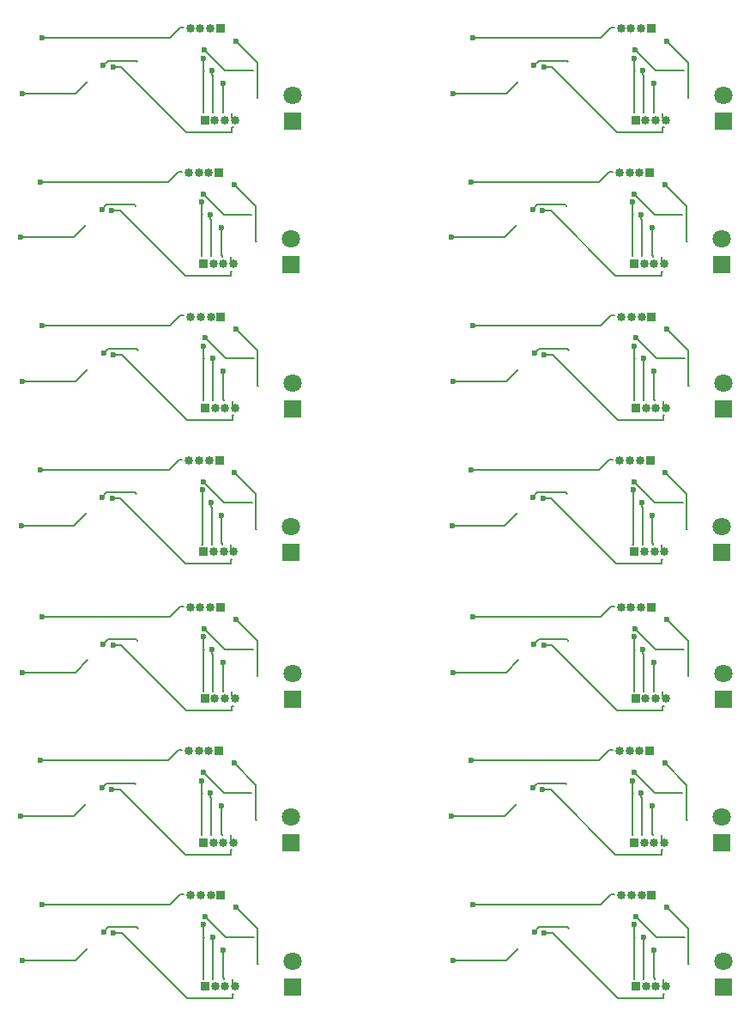
<source format=gbr>
%TF.GenerationSoftware,KiCad,Pcbnew,8.0.7*%
%TF.CreationDate,2024-12-08T11:51:20+01:00*%
%TF.ProjectId,attiny_usb_pannel Pcb Kicad,61747469-6e79-45f7-9573-625f70616e6e,rev?*%
%TF.SameCoordinates,Original*%
%TF.FileFunction,Copper,L2,Bot*%
%TF.FilePolarity,Positive*%
%FSLAX46Y46*%
G04 Gerber Fmt 4.6, Leading zero omitted, Abs format (unit mm)*
G04 Created by KiCad (PCBNEW 8.0.7) date 2024-12-08 11:51:20*
%MOMM*%
%LPD*%
G01*
G04 APERTURE LIST*
%TA.AperFunction,ComponentPad*%
%ADD10R,0.850000X0.850000*%
%TD*%
%TA.AperFunction,ComponentPad*%
%ADD11O,0.850000X0.850000*%
%TD*%
%TA.AperFunction,ComponentPad*%
%ADD12R,1.800000X1.800000*%
%TD*%
%TA.AperFunction,ComponentPad*%
%ADD13C,1.800000*%
%TD*%
%TA.AperFunction,ViaPad*%
%ADD14C,0.600000*%
%TD*%
%TA.AperFunction,Conductor*%
%ADD15C,0.200000*%
%TD*%
G04 APERTURE END LIST*
D10*
%TO.P,J1,1,Pin_1*%
%TO.N,Net-(J1-Pin_1)*%
X191139200Y-131556000D03*
D11*
%TO.P,J1,2,Pin_2*%
%TO.N,Net-(J1-Pin_2)*%
X192139200Y-131556000D03*
%TO.P,J1,3,Pin_3*%
%TO.N,Net-(J1-Pin_3)*%
X193139200Y-131556000D03*
%TO.P,J1,4,Pin_4*%
%TO.N,+5V*%
X194139200Y-131556000D03*
%TD*%
D12*
%TO.P,D1,1,K*%
%TO.N,GND*%
X157276600Y-131632200D03*
D13*
%TO.P,D1,2,A*%
%TO.N,Net-(D1-A)*%
X157276600Y-129092200D03*
%TD*%
D10*
%TO.P,J1,1,Pin_1*%
%TO.N,Net-(J1-Pin_1)*%
X190984200Y-145725000D03*
D11*
%TO.P,J1,2,Pin_2*%
%TO.N,Net-(J1-Pin_2)*%
X191984200Y-145725000D03*
%TO.P,J1,3,Pin_3*%
%TO.N,Net-(J1-Pin_3)*%
X192984200Y-145725000D03*
%TO.P,J1,4,Pin_4*%
%TO.N,+5V*%
X193984200Y-145725000D03*
%TD*%
D12*
%TO.P,D1,1,K*%
%TO.N,GND*%
X157144600Y-117150200D03*
D13*
%TO.P,D1,2,A*%
%TO.N,Net-(D1-A)*%
X157144600Y-114610200D03*
%TD*%
D12*
%TO.P,D1,1,K*%
%TO.N,GND*%
X199799600Y-102981200D03*
D13*
%TO.P,D1,2,A*%
%TO.N,Net-(D1-A)*%
X199799600Y-100441200D03*
%TD*%
D10*
%TO.P,J1,1,Pin_1*%
%TO.N,Net-(J1-Pin_1)*%
X191139200Y-74533000D03*
D11*
%TO.P,J1,2,Pin_2*%
%TO.N,Net-(J1-Pin_2)*%
X192139200Y-74533000D03*
%TO.P,J1,3,Pin_3*%
%TO.N,Net-(J1-Pin_3)*%
X193139200Y-74533000D03*
%TO.P,J1,4,Pin_4*%
%TO.N,+5V*%
X194139200Y-74533000D03*
%TD*%
D10*
%TO.P,J2,1,Pin_1*%
%TO.N,Net-(J2-Pin_1)*%
X192553800Y-79710400D03*
D11*
%TO.P,J2,2,Pin_2*%
%TO.N,Net-(J2-Pin_2)*%
X191553800Y-79710400D03*
%TO.P,J2,3,Pin_3*%
%TO.N,Net-(J2-Pin_3)*%
X190553800Y-79710400D03*
%TO.P,J2,4,Pin_4*%
%TO.N,GND*%
X189553800Y-79710400D03*
%TD*%
D10*
%TO.P,J1,1,Pin_1*%
%TO.N,Net-(J1-Pin_1)*%
X148639200Y-74533000D03*
D11*
%TO.P,J1,2,Pin_2*%
%TO.N,Net-(J1-Pin_2)*%
X149639200Y-74533000D03*
%TO.P,J1,3,Pin_3*%
%TO.N,Net-(J1-Pin_3)*%
X150639200Y-74533000D03*
%TO.P,J1,4,Pin_4*%
%TO.N,+5V*%
X151639200Y-74533000D03*
%TD*%
D10*
%TO.P,J2,1,Pin_1*%
%TO.N,Net-(J2-Pin_1)*%
X192708800Y-122564400D03*
D11*
%TO.P,J2,2,Pin_2*%
%TO.N,Net-(J2-Pin_2)*%
X191708800Y-122564400D03*
%TO.P,J2,3,Pin_3*%
%TO.N,Net-(J2-Pin_3)*%
X190708800Y-122564400D03*
%TO.P,J2,4,Pin_4*%
%TO.N,GND*%
X189708800Y-122564400D03*
%TD*%
D10*
%TO.P,J2,1,Pin_1*%
%TO.N,Net-(J2-Pin_1)*%
X150231800Y-93913400D03*
D11*
%TO.P,J2,2,Pin_2*%
%TO.N,Net-(J2-Pin_2)*%
X149231800Y-93913400D03*
%TO.P,J2,3,Pin_3*%
%TO.N,Net-(J2-Pin_3)*%
X148231800Y-93913400D03*
%TO.P,J2,4,Pin_4*%
%TO.N,GND*%
X147231800Y-93913400D03*
%TD*%
D10*
%TO.P,J2,1,Pin_1*%
%TO.N,Net-(J2-Pin_1)*%
X192576800Y-108082400D03*
D11*
%TO.P,J2,2,Pin_2*%
%TO.N,Net-(J2-Pin_2)*%
X191576800Y-108082400D03*
%TO.P,J2,3,Pin_3*%
%TO.N,Net-(J2-Pin_3)*%
X190576800Y-108082400D03*
%TO.P,J2,4,Pin_4*%
%TO.N,GND*%
X189576800Y-108082400D03*
%TD*%
D10*
%TO.P,J1,1,Pin_1*%
%TO.N,Net-(J1-Pin_1)*%
X191162200Y-102905000D03*
D11*
%TO.P,J1,2,Pin_2*%
%TO.N,Net-(J1-Pin_2)*%
X192162200Y-102905000D03*
%TO.P,J1,3,Pin_3*%
%TO.N,Net-(J1-Pin_3)*%
X193162200Y-102905000D03*
%TO.P,J1,4,Pin_4*%
%TO.N,+5V*%
X194162200Y-102905000D03*
%TD*%
D10*
%TO.P,J1,1,Pin_1*%
%TO.N,Net-(J1-Pin_1)*%
X191162200Y-159928000D03*
D11*
%TO.P,J1,2,Pin_2*%
%TO.N,Net-(J1-Pin_2)*%
X192162200Y-159928000D03*
%TO.P,J1,3,Pin_3*%
%TO.N,Net-(J1-Pin_3)*%
X193162200Y-159928000D03*
%TO.P,J1,4,Pin_4*%
%TO.N,+5V*%
X194162200Y-159928000D03*
%TD*%
D10*
%TO.P,J2,1,Pin_1*%
%TO.N,Net-(J2-Pin_1)*%
X192731800Y-150936400D03*
D11*
%TO.P,J2,2,Pin_2*%
%TO.N,Net-(J2-Pin_2)*%
X191731800Y-150936400D03*
%TO.P,J2,3,Pin_3*%
%TO.N,Net-(J2-Pin_3)*%
X190731800Y-150936400D03*
%TO.P,J2,4,Pin_4*%
%TO.N,GND*%
X189731800Y-150936400D03*
%TD*%
D10*
%TO.P,J1,1,Pin_1*%
%TO.N,Net-(J1-Pin_1)*%
X148639200Y-131556000D03*
D11*
%TO.P,J1,2,Pin_2*%
%TO.N,Net-(J1-Pin_2)*%
X149639200Y-131556000D03*
%TO.P,J1,3,Pin_3*%
%TO.N,Net-(J1-Pin_3)*%
X150639200Y-131556000D03*
%TO.P,J1,4,Pin_4*%
%TO.N,+5V*%
X151639200Y-131556000D03*
%TD*%
D12*
%TO.P,D1,1,K*%
%TO.N,GND*%
X199776600Y-131632200D03*
D13*
%TO.P,D1,2,A*%
%TO.N,Net-(D1-A)*%
X199776600Y-129092200D03*
%TD*%
D10*
%TO.P,J2,1,Pin_1*%
%TO.N,Net-(J2-Pin_1)*%
X192553800Y-136733400D03*
D11*
%TO.P,J2,2,Pin_2*%
%TO.N,Net-(J2-Pin_2)*%
X191553800Y-136733400D03*
%TO.P,J2,3,Pin_3*%
%TO.N,Net-(J2-Pin_3)*%
X190553800Y-136733400D03*
%TO.P,J2,4,Pin_4*%
%TO.N,GND*%
X189553800Y-136733400D03*
%TD*%
D12*
%TO.P,D1,1,K*%
%TO.N,GND*%
X199621600Y-88778200D03*
D13*
%TO.P,D1,2,A*%
%TO.N,Net-(D1-A)*%
X199621600Y-86238200D03*
%TD*%
D10*
%TO.P,J2,1,Pin_1*%
%TO.N,Net-(J2-Pin_1)*%
X150231800Y-150936400D03*
D11*
%TO.P,J2,2,Pin_2*%
%TO.N,Net-(J2-Pin_2)*%
X149231800Y-150936400D03*
%TO.P,J2,3,Pin_3*%
%TO.N,Net-(J2-Pin_3)*%
X148231800Y-150936400D03*
%TO.P,J2,4,Pin_4*%
%TO.N,GND*%
X147231800Y-150936400D03*
%TD*%
D12*
%TO.P,D1,1,K*%
%TO.N,GND*%
X157121600Y-88778200D03*
D13*
%TO.P,D1,2,A*%
%TO.N,Net-(D1-A)*%
X157121600Y-86238200D03*
%TD*%
D10*
%TO.P,J2,1,Pin_1*%
%TO.N,Net-(J2-Pin_1)*%
X150208800Y-65541400D03*
D11*
%TO.P,J2,2,Pin_2*%
%TO.N,Net-(J2-Pin_2)*%
X149208800Y-65541400D03*
%TO.P,J2,3,Pin_3*%
%TO.N,Net-(J2-Pin_3)*%
X148208800Y-65541400D03*
%TO.P,J2,4,Pin_4*%
%TO.N,GND*%
X147208800Y-65541400D03*
%TD*%
D10*
%TO.P,J1,1,Pin_1*%
%TO.N,Net-(J1-Pin_1)*%
X148484200Y-88702000D03*
D11*
%TO.P,J1,2,Pin_2*%
%TO.N,Net-(J1-Pin_2)*%
X149484200Y-88702000D03*
%TO.P,J1,3,Pin_3*%
%TO.N,Net-(J1-Pin_3)*%
X150484200Y-88702000D03*
%TO.P,J1,4,Pin_4*%
%TO.N,+5V*%
X151484200Y-88702000D03*
%TD*%
D12*
%TO.P,D1,1,K*%
%TO.N,GND*%
X157121600Y-145801200D03*
D13*
%TO.P,D1,2,A*%
%TO.N,Net-(D1-A)*%
X157121600Y-143261200D03*
%TD*%
D12*
%TO.P,D1,1,K*%
%TO.N,GND*%
X157299600Y-160004200D03*
D13*
%TO.P,D1,2,A*%
%TO.N,Net-(D1-A)*%
X157299600Y-157464200D03*
%TD*%
D12*
%TO.P,D1,1,K*%
%TO.N,GND*%
X199776600Y-74609200D03*
D13*
%TO.P,D1,2,A*%
%TO.N,Net-(D1-A)*%
X199776600Y-72069200D03*
%TD*%
D10*
%TO.P,J1,1,Pin_1*%
%TO.N,Net-(J1-Pin_1)*%
X148662200Y-159928000D03*
D11*
%TO.P,J1,2,Pin_2*%
%TO.N,Net-(J1-Pin_2)*%
X149662200Y-159928000D03*
%TO.P,J1,3,Pin_3*%
%TO.N,Net-(J1-Pin_3)*%
X150662200Y-159928000D03*
%TO.P,J1,4,Pin_4*%
%TO.N,+5V*%
X151662200Y-159928000D03*
%TD*%
D10*
%TO.P,J1,1,Pin_1*%
%TO.N,Net-(J1-Pin_1)*%
X148662200Y-102905000D03*
D11*
%TO.P,J1,2,Pin_2*%
%TO.N,Net-(J1-Pin_2)*%
X149662200Y-102905000D03*
%TO.P,J1,3,Pin_3*%
%TO.N,Net-(J1-Pin_3)*%
X150662200Y-102905000D03*
%TO.P,J1,4,Pin_4*%
%TO.N,+5V*%
X151662200Y-102905000D03*
%TD*%
D10*
%TO.P,J2,1,Pin_1*%
%TO.N,Net-(J2-Pin_1)*%
X192731800Y-93913400D03*
D11*
%TO.P,J2,2,Pin_2*%
%TO.N,Net-(J2-Pin_2)*%
X191731800Y-93913400D03*
%TO.P,J2,3,Pin_3*%
%TO.N,Net-(J2-Pin_3)*%
X190731800Y-93913400D03*
%TO.P,J2,4,Pin_4*%
%TO.N,GND*%
X189731800Y-93913400D03*
%TD*%
D12*
%TO.P,D1,1,K*%
%TO.N,GND*%
X199621600Y-145801200D03*
D13*
%TO.P,D1,2,A*%
%TO.N,Net-(D1-A)*%
X199621600Y-143261200D03*
%TD*%
D10*
%TO.P,J1,1,Pin_1*%
%TO.N,Net-(J1-Pin_1)*%
X148484200Y-145725000D03*
D11*
%TO.P,J1,2,Pin_2*%
%TO.N,Net-(J1-Pin_2)*%
X149484200Y-145725000D03*
%TO.P,J1,3,Pin_3*%
%TO.N,Net-(J1-Pin_3)*%
X150484200Y-145725000D03*
%TO.P,J1,4,Pin_4*%
%TO.N,+5V*%
X151484200Y-145725000D03*
%TD*%
D12*
%TO.P,D1,1,K*%
%TO.N,GND*%
X199799600Y-160004200D03*
D13*
%TO.P,D1,2,A*%
%TO.N,Net-(D1-A)*%
X199799600Y-157464200D03*
%TD*%
D12*
%TO.P,D1,1,K*%
%TO.N,GND*%
X157299600Y-102981200D03*
D13*
%TO.P,D1,2,A*%
%TO.N,Net-(D1-A)*%
X157299600Y-100441200D03*
%TD*%
D10*
%TO.P,J2,1,Pin_1*%
%TO.N,Net-(J2-Pin_1)*%
X150208800Y-122564400D03*
D11*
%TO.P,J2,2,Pin_2*%
%TO.N,Net-(J2-Pin_2)*%
X149208800Y-122564400D03*
%TO.P,J2,3,Pin_3*%
%TO.N,Net-(J2-Pin_3)*%
X148208800Y-122564400D03*
%TO.P,J2,4,Pin_4*%
%TO.N,GND*%
X147208800Y-122564400D03*
%TD*%
D12*
%TO.P,D1,1,K*%
%TO.N,GND*%
X199644600Y-117150200D03*
D13*
%TO.P,D1,2,A*%
%TO.N,Net-(D1-A)*%
X199644600Y-114610200D03*
%TD*%
D10*
%TO.P,J1,1,Pin_1*%
%TO.N,Net-(J1-Pin_1)*%
X148507200Y-117074000D03*
D11*
%TO.P,J1,2,Pin_2*%
%TO.N,Net-(J1-Pin_2)*%
X149507200Y-117074000D03*
%TO.P,J1,3,Pin_3*%
%TO.N,Net-(J1-Pin_3)*%
X150507200Y-117074000D03*
%TO.P,J1,4,Pin_4*%
%TO.N,+5V*%
X151507200Y-117074000D03*
%TD*%
D10*
%TO.P,J2,1,Pin_1*%
%TO.N,Net-(J2-Pin_1)*%
X150053800Y-136733400D03*
D11*
%TO.P,J2,2,Pin_2*%
%TO.N,Net-(J2-Pin_2)*%
X149053800Y-136733400D03*
%TO.P,J2,3,Pin_3*%
%TO.N,Net-(J2-Pin_3)*%
X148053800Y-136733400D03*
%TO.P,J2,4,Pin_4*%
%TO.N,GND*%
X147053800Y-136733400D03*
%TD*%
D10*
%TO.P,J2,1,Pin_1*%
%TO.N,Net-(J2-Pin_1)*%
X150053800Y-79710400D03*
D11*
%TO.P,J2,2,Pin_2*%
%TO.N,Net-(J2-Pin_2)*%
X149053800Y-79710400D03*
%TO.P,J2,3,Pin_3*%
%TO.N,Net-(J2-Pin_3)*%
X148053800Y-79710400D03*
%TO.P,J2,4,Pin_4*%
%TO.N,GND*%
X147053800Y-79710400D03*
%TD*%
D12*
%TO.P,D1,1,K*%
%TO.N,GND*%
X157276600Y-74609200D03*
D13*
%TO.P,D1,2,A*%
%TO.N,Net-(D1-A)*%
X157276600Y-72069200D03*
%TD*%
D10*
%TO.P,J2,1,Pin_1*%
%TO.N,Net-(J2-Pin_1)*%
X150076800Y-108082400D03*
D11*
%TO.P,J2,2,Pin_2*%
%TO.N,Net-(J2-Pin_2)*%
X149076800Y-108082400D03*
%TO.P,J2,3,Pin_3*%
%TO.N,Net-(J2-Pin_3)*%
X148076800Y-108082400D03*
%TO.P,J2,4,Pin_4*%
%TO.N,GND*%
X147076800Y-108082400D03*
%TD*%
D10*
%TO.P,J2,1,Pin_1*%
%TO.N,Net-(J2-Pin_1)*%
X192708800Y-65541400D03*
D11*
%TO.P,J2,2,Pin_2*%
%TO.N,Net-(J2-Pin_2)*%
X191708800Y-65541400D03*
%TO.P,J2,3,Pin_3*%
%TO.N,Net-(J2-Pin_3)*%
X190708800Y-65541400D03*
%TO.P,J2,4,Pin_4*%
%TO.N,GND*%
X189708800Y-65541400D03*
%TD*%
D10*
%TO.P,J1,1,Pin_1*%
%TO.N,Net-(J1-Pin_1)*%
X191007200Y-117074000D03*
D11*
%TO.P,J1,2,Pin_2*%
%TO.N,Net-(J1-Pin_2)*%
X192007200Y-117074000D03*
%TO.P,J1,3,Pin_3*%
%TO.N,Net-(J1-Pin_3)*%
X193007200Y-117074000D03*
%TO.P,J1,4,Pin_4*%
%TO.N,+5V*%
X194007200Y-117074000D03*
%TD*%
D10*
%TO.P,J1,1,Pin_1*%
%TO.N,Net-(J1-Pin_1)*%
X190984200Y-88702000D03*
D11*
%TO.P,J1,2,Pin_2*%
%TO.N,Net-(J1-Pin_2)*%
X191984200Y-88702000D03*
%TO.P,J1,3,Pin_3*%
%TO.N,Net-(J1-Pin_3)*%
X192984200Y-88702000D03*
%TO.P,J1,4,Pin_4*%
%TO.N,+5V*%
X193984200Y-88702000D03*
%TD*%
D14*
%TO.N,+5V*%
X132407400Y-80624800D03*
X175062400Y-66455800D03*
X174930400Y-108996800D03*
X175085400Y-151850800D03*
X174907400Y-137647800D03*
X132562400Y-123478800D03*
X175062400Y-123478800D03*
X175085400Y-94827800D03*
X132562400Y-66455800D03*
X132430400Y-108996800D03*
X132585400Y-151850800D03*
X174907400Y-80624800D03*
X132585400Y-94827800D03*
X132407400Y-137647800D03*
%TO.N,GND*%
X139646600Y-97672600D03*
X182123600Y-126323600D03*
X182123600Y-69300600D03*
X139623600Y-126323600D03*
X181991600Y-111841600D03*
X139468600Y-140492600D03*
X182146600Y-154695600D03*
X139491600Y-111841600D03*
X139646600Y-154695600D03*
X181968600Y-140492600D03*
X139623600Y-69300600D03*
X182146600Y-97672600D03*
X181968600Y-83469600D03*
X139468600Y-83469600D03*
%TO.N,Net-(D3-K)*%
X138633000Y-69173600D03*
X173025400Y-114483200D03*
X181156000Y-154568600D03*
X173157400Y-71942200D03*
X181001000Y-111714600D03*
X181156000Y-97545600D03*
X138501000Y-111714600D03*
X138478000Y-140365600D03*
X130525400Y-114483200D03*
X180978000Y-140365600D03*
X130657400Y-128965200D03*
X173157400Y-128965200D03*
X173180400Y-100314200D03*
X180978000Y-83342600D03*
X138633000Y-126196600D03*
X173180400Y-157337200D03*
X130502400Y-86111200D03*
X181133000Y-69173600D03*
X130680400Y-157337200D03*
X138478000Y-83342600D03*
X138656000Y-154568600D03*
X181133000Y-126196600D03*
X130680400Y-100314200D03*
X138656000Y-97545600D03*
X130502400Y-143134200D03*
X173002400Y-86111200D03*
X173002400Y-143134200D03*
X130657400Y-71942200D03*
%TO.N,Net-(J2-Pin_2)*%
X191900200Y-98053600D03*
X191745200Y-112222600D03*
X191900200Y-155076600D03*
X191877200Y-126704600D03*
X149222200Y-140873600D03*
X149400200Y-98053600D03*
X149222200Y-83850600D03*
X149400200Y-155076600D03*
X149245200Y-112222600D03*
X191877200Y-69681600D03*
X149377200Y-126704600D03*
X149377200Y-69681600D03*
X191722200Y-140873600D03*
X191722200Y-83850600D03*
%TO.N,Net-(J2-Pin_1)*%
X190858600Y-139629000D03*
X151582000Y-109276200D03*
X194237000Y-95107200D03*
X151714000Y-123758200D03*
X148513600Y-125460000D03*
X148536600Y-96809000D03*
X194059000Y-80904200D03*
X148381600Y-110978000D03*
X191013600Y-68437000D03*
X151559000Y-137927200D03*
X194237000Y-152130200D03*
X148358600Y-139629000D03*
X191036600Y-153832000D03*
X194214000Y-123758200D03*
X148536600Y-153832000D03*
X191013600Y-125460000D03*
X190881600Y-110978000D03*
X194082000Y-109276200D03*
X151559000Y-80904200D03*
X148358600Y-82606000D03*
X151737000Y-95107200D03*
X190858600Y-82606000D03*
X151737000Y-152130200D03*
X191036600Y-96809000D03*
X151714000Y-66735200D03*
X148513600Y-68437000D03*
X194214000Y-66735200D03*
X194059000Y-137927200D03*
%TO.N,Net-(J2-Pin_3)*%
X148489691Y-110185333D03*
X148466691Y-138836333D03*
X148466691Y-81813333D03*
X150444000Y-127974600D03*
X150444000Y-70951600D03*
X191121691Y-67644333D03*
X192967000Y-156346600D03*
X192967000Y-99323600D03*
X192789000Y-85120600D03*
X148621691Y-67644333D03*
X148621691Y-124667333D03*
X190966691Y-81813333D03*
X192812000Y-113492600D03*
X150289000Y-142143600D03*
X192944000Y-70951600D03*
X148644691Y-96016333D03*
X148644691Y-153039333D03*
X150467000Y-156346600D03*
X191121691Y-124667333D03*
X190966691Y-138836333D03*
X150312000Y-113492600D03*
X150289000Y-85120600D03*
X150467000Y-99323600D03*
X192789000Y-142143600D03*
X191144691Y-96016333D03*
X192944000Y-127974600D03*
X190989691Y-110185333D03*
X191144691Y-153039333D03*
%TD*%
D15*
%TO.N,+5V*%
X187553895Y-80624800D02*
X188569895Y-79608800D01*
X188747895Y-93811800D02*
X189048200Y-93811800D01*
X146069895Y-136631800D02*
X146370200Y-136631800D01*
X145231895Y-151850800D02*
X146247895Y-150834800D01*
X187731895Y-94827800D02*
X188747895Y-93811800D01*
X175062400Y-66455800D02*
X187708895Y-66455800D01*
X187731895Y-151850800D02*
X188747895Y-150834800D01*
X193833000Y-73844495D02*
X193833000Y-74290600D01*
X193856000Y-102216495D02*
X193856000Y-102662600D01*
X188569895Y-79608800D02*
X188870200Y-79608800D01*
X188747895Y-150834800D02*
X189048200Y-150834800D01*
X151333000Y-130867495D02*
X151333000Y-131313600D01*
X188724895Y-65439800D02*
X189025200Y-65439800D01*
X132585400Y-151850800D02*
X145231895Y-151850800D01*
X151356000Y-102216495D02*
X151356000Y-102662600D01*
X187708895Y-66455800D02*
X188724895Y-65439800D01*
X146069895Y-79608800D02*
X146370200Y-79608800D01*
X151178000Y-145036495D02*
X151178000Y-145482600D01*
X132562400Y-66455800D02*
X145208895Y-66455800D01*
X187708895Y-123478800D02*
X188724895Y-122462800D01*
X146247895Y-150834800D02*
X146548200Y-150834800D01*
X146247895Y-93811800D02*
X146548200Y-93811800D01*
X193701000Y-116385495D02*
X193701000Y-116831600D01*
X175085400Y-94827800D02*
X187731895Y-94827800D01*
X151201000Y-116385495D02*
X151201000Y-116831600D01*
X145208895Y-123478800D02*
X146224895Y-122462800D01*
X188724895Y-122462800D02*
X189025200Y-122462800D01*
X145231895Y-94827800D02*
X146247895Y-93811800D01*
X132562400Y-123478800D02*
X145208895Y-123478800D01*
X145053895Y-80624800D02*
X146069895Y-79608800D01*
X145053895Y-137647800D02*
X146069895Y-136631800D01*
X174930400Y-108996800D02*
X187576895Y-108996800D01*
X193856000Y-159239495D02*
X193856000Y-159685600D01*
X175062400Y-123478800D02*
X187708895Y-123478800D01*
X174907400Y-80624800D02*
X187553895Y-80624800D01*
X151333000Y-73844495D02*
X151333000Y-74290600D01*
X132407400Y-80624800D02*
X145053895Y-80624800D01*
X145076895Y-108996800D02*
X146092895Y-107980800D01*
X193678000Y-145036495D02*
X193678000Y-145482600D01*
X146224895Y-65439800D02*
X146525200Y-65439800D01*
X132585400Y-94827800D02*
X145231895Y-94827800D01*
X151356000Y-159239495D02*
X151356000Y-159685600D01*
X146224895Y-122462800D02*
X146525200Y-122462800D01*
X132407400Y-137647800D02*
X145053895Y-137647800D01*
X188569895Y-136631800D02*
X188870200Y-136631800D01*
X187576895Y-108996800D02*
X188592895Y-107980800D01*
X193833000Y-130867495D02*
X193833000Y-131313600D01*
X146092895Y-107980800D02*
X146393200Y-107980800D01*
X175085400Y-151850800D02*
X187731895Y-151850800D01*
X187553895Y-137647800D02*
X188569895Y-136631800D01*
X151178000Y-88013495D02*
X151178000Y-88459600D01*
X193678000Y-88013495D02*
X193678000Y-88459600D01*
X132430400Y-108996800D02*
X145076895Y-108996800D01*
X174907400Y-137647800D02*
X187553895Y-137647800D01*
X188592895Y-107980800D02*
X188893200Y-107980800D01*
X145208895Y-66455800D02*
X146224895Y-65439800D01*
%TO.N,GND*%
X182123600Y-69300600D02*
X182911000Y-69300600D01*
X182934000Y-97672600D02*
X189364400Y-104103000D01*
X146864400Y-104103000D02*
X151356000Y-104103000D01*
X193838895Y-75258000D02*
X193960000Y-75258000D01*
X140434000Y-97672600D02*
X146864400Y-104103000D01*
X193856000Y-104103000D02*
X193861895Y-104097105D01*
X193678000Y-89900000D02*
X193683895Y-89894105D01*
X139646600Y-97672600D02*
X140434000Y-97672600D01*
X151361895Y-104097105D02*
X151361895Y-103630000D01*
X151361895Y-161120105D02*
X151361895Y-160653000D01*
X182123600Y-126323600D02*
X182911000Y-126323600D01*
X140279000Y-111841600D02*
X146709400Y-118272000D01*
X151178000Y-89900000D02*
X151183895Y-89894105D01*
X193678000Y-146923000D02*
X193683895Y-146917105D01*
X193861895Y-160653000D02*
X193983000Y-160653000D01*
X151183895Y-146450000D02*
X151305000Y-146450000D01*
X189209400Y-118272000D02*
X193701000Y-118272000D01*
X193706895Y-117799000D02*
X193828000Y-117799000D01*
X193838895Y-75725105D02*
X193838895Y-75258000D01*
X182146600Y-154695600D02*
X182934000Y-154695600D01*
X151356000Y-104103000D02*
X151361895Y-104097105D01*
X140256000Y-140492600D02*
X146686400Y-146923000D01*
X193833000Y-132754000D02*
X193838895Y-132748105D01*
X193833000Y-75731000D02*
X193838895Y-75725105D01*
X151356000Y-161126000D02*
X151361895Y-161120105D01*
X151333000Y-132754000D02*
X151338895Y-132748105D01*
X146686400Y-89900000D02*
X151178000Y-89900000D01*
X146864400Y-161126000D02*
X151356000Y-161126000D01*
X151178000Y-146923000D02*
X151183895Y-146917105D01*
X193706895Y-118266105D02*
X193706895Y-117799000D01*
X151338895Y-132748105D02*
X151338895Y-132281000D01*
X151183895Y-89894105D02*
X151183895Y-89427000D01*
X151361895Y-103630000D02*
X151483000Y-103630000D01*
X140411000Y-69300600D02*
X146841400Y-75731000D01*
X189364400Y-161126000D02*
X193856000Y-161126000D01*
X189186400Y-146923000D02*
X193678000Y-146923000D01*
X151206895Y-117799000D02*
X151328000Y-117799000D01*
X146686400Y-146923000D02*
X151178000Y-146923000D01*
X182911000Y-69300600D02*
X189341400Y-75731000D01*
X151201000Y-118272000D02*
X151206895Y-118266105D01*
X193861895Y-104097105D02*
X193861895Y-103630000D01*
X139491600Y-111841600D02*
X140279000Y-111841600D01*
X193683895Y-89427000D02*
X193805000Y-89427000D01*
X146709400Y-118272000D02*
X151201000Y-118272000D01*
X140256000Y-83469600D02*
X146686400Y-89900000D01*
X140434000Y-154695600D02*
X146864400Y-161126000D01*
X182779000Y-111841600D02*
X189209400Y-118272000D01*
X182146600Y-97672600D02*
X182934000Y-97672600D01*
X181991600Y-111841600D02*
X182779000Y-111841600D01*
X139623600Y-69300600D02*
X140411000Y-69300600D01*
X193838895Y-132281000D02*
X193960000Y-132281000D01*
X193838895Y-132748105D02*
X193838895Y-132281000D01*
X146841400Y-75731000D02*
X151333000Y-75731000D01*
X139468600Y-83469600D02*
X140256000Y-83469600D01*
X193861895Y-103630000D02*
X193983000Y-103630000D01*
X189186400Y-89900000D02*
X193678000Y-89900000D01*
X151338895Y-75258000D02*
X151460000Y-75258000D01*
X151361895Y-160653000D02*
X151483000Y-160653000D01*
X182911000Y-126323600D02*
X189341400Y-132754000D01*
X151333000Y-75731000D02*
X151338895Y-75725105D01*
X146841400Y-132754000D02*
X151333000Y-132754000D01*
X139623600Y-126323600D02*
X140411000Y-126323600D01*
X182756000Y-83469600D02*
X189186400Y-89900000D01*
X193861895Y-161120105D02*
X193861895Y-160653000D01*
X193683895Y-146917105D02*
X193683895Y-146450000D01*
X151338895Y-75725105D02*
X151338895Y-75258000D01*
X193701000Y-118272000D02*
X193706895Y-118266105D01*
X182756000Y-140492600D02*
X189186400Y-146923000D01*
X181968600Y-83469600D02*
X182756000Y-83469600D01*
X139646600Y-154695600D02*
X140434000Y-154695600D01*
X139468600Y-140492600D02*
X140256000Y-140492600D01*
X193683895Y-89894105D02*
X193683895Y-89427000D01*
X193856000Y-161126000D02*
X193861895Y-161120105D01*
X151183895Y-89427000D02*
X151305000Y-89427000D01*
X189341400Y-132754000D02*
X193833000Y-132754000D01*
X181968600Y-140492600D02*
X182756000Y-140492600D01*
X140411000Y-126323600D02*
X146841400Y-132754000D01*
X189364400Y-104103000D02*
X193856000Y-104103000D01*
X151183895Y-146917105D02*
X151183895Y-146450000D01*
X189341400Y-75731000D02*
X193833000Y-75731000D01*
X193683895Y-146450000D02*
X193805000Y-146450000D01*
X151206895Y-118266105D02*
X151206895Y-117799000D01*
X151338895Y-132281000D02*
X151460000Y-132281000D01*
X182934000Y-154695600D02*
X189364400Y-161126000D01*
%TO.N,Net-(D3-K)*%
X141868400Y-125723600D02*
X142011200Y-125866400D01*
X138478000Y-83342600D02*
X138951000Y-82869600D01*
X130657400Y-71942200D02*
X135889800Y-71942200D01*
X135912800Y-100314200D02*
X137106600Y-99120400D01*
X181133000Y-126196600D02*
X181606000Y-125723600D01*
X141868400Y-68700600D02*
X142011200Y-68843400D01*
X184368400Y-125723600D02*
X184511200Y-125866400D01*
X184368400Y-68700600D02*
X184511200Y-68843400D01*
X130502400Y-143134200D02*
X135734800Y-143134200D01*
X135734800Y-143134200D02*
X136928600Y-141940400D01*
X173002400Y-86111200D02*
X178234800Y-86111200D01*
X181629000Y-154095600D02*
X184391400Y-154095600D01*
X138951000Y-139892600D02*
X141713400Y-139892600D01*
X135734800Y-86111200D02*
X136928600Y-84917400D01*
X130680400Y-100314200D02*
X135912800Y-100314200D01*
X178234800Y-86111200D02*
X179428600Y-84917400D01*
X138951000Y-82869600D02*
X141713400Y-82869600D01*
X135757800Y-114483200D02*
X136951600Y-113289400D01*
X138974000Y-111241600D02*
X141736400Y-111241600D01*
X173002400Y-143134200D02*
X178234800Y-143134200D01*
X139106000Y-125723600D02*
X141868400Y-125723600D01*
X138633000Y-126196600D02*
X139106000Y-125723600D01*
X181451000Y-82869600D02*
X184213400Y-82869600D01*
X178257800Y-114483200D02*
X179451600Y-113289400D01*
X184391400Y-154095600D02*
X184534200Y-154238400D01*
X141713400Y-139892600D02*
X141856200Y-140035400D01*
X130502400Y-86111200D02*
X135734800Y-86111200D01*
X184213400Y-139892600D02*
X184356200Y-140035400D01*
X141891400Y-154095600D02*
X142034200Y-154238400D01*
X181156000Y-154568600D02*
X181629000Y-154095600D01*
X130525400Y-114483200D02*
X135757800Y-114483200D01*
X178389800Y-128965200D02*
X179583600Y-127771400D01*
X141736400Y-111241600D02*
X141879200Y-111384400D01*
X173157400Y-71942200D02*
X178389800Y-71942200D01*
X181451000Y-139892600D02*
X184213400Y-139892600D01*
X139106000Y-68700600D02*
X141868400Y-68700600D01*
X135889800Y-128965200D02*
X137083600Y-127771400D01*
X184213400Y-82869600D02*
X184356200Y-83012400D01*
X138478000Y-140365600D02*
X138951000Y-139892600D01*
X181474000Y-111241600D02*
X184236400Y-111241600D01*
X138501000Y-111714600D02*
X138974000Y-111241600D01*
X173025400Y-114483200D02*
X178257800Y-114483200D01*
X181001000Y-111714600D02*
X181474000Y-111241600D01*
X184391400Y-97072600D02*
X184534200Y-97215400D01*
X139129000Y-97072600D02*
X141891400Y-97072600D01*
X173157400Y-128965200D02*
X178389800Y-128965200D01*
X181156000Y-97545600D02*
X181629000Y-97072600D01*
X135912800Y-157337200D02*
X137106600Y-156143400D01*
X173180400Y-100314200D02*
X178412800Y-100314200D01*
X180978000Y-83342600D02*
X181451000Y-82869600D01*
X130680400Y-157337200D02*
X135912800Y-157337200D01*
X141891400Y-97072600D02*
X142034200Y-97215400D01*
X141713400Y-82869600D02*
X141856200Y-83012400D01*
X173180400Y-157337200D02*
X178412800Y-157337200D01*
X181606000Y-68700600D02*
X184368400Y-68700600D01*
X178412800Y-157337200D02*
X179606600Y-156143400D01*
X181606000Y-125723600D02*
X184368400Y-125723600D01*
X130657400Y-128965200D02*
X135889800Y-128965200D01*
X178234800Y-143134200D02*
X179428600Y-141940400D01*
X181133000Y-69173600D02*
X181606000Y-68700600D01*
X180978000Y-140365600D02*
X181451000Y-139892600D01*
X181629000Y-97072600D02*
X184391400Y-97072600D01*
X178389800Y-71942200D02*
X179583600Y-70748400D01*
X138633000Y-69173600D02*
X139106000Y-68700600D01*
X184236400Y-111241600D02*
X184379200Y-111384400D01*
X135889800Y-71942200D02*
X137083600Y-70748400D01*
X178412800Y-100314200D02*
X179606600Y-99120400D01*
X139129000Y-154095600D02*
X141891400Y-154095600D01*
X138656000Y-154568600D02*
X139129000Y-154095600D01*
X138656000Y-97545600D02*
X139129000Y-97072600D01*
%TO.N,Net-(J2-Pin_2)*%
X191722200Y-83850600D02*
X191722200Y-84282400D01*
X149377200Y-70113400D02*
X149453400Y-70189600D01*
X149222200Y-83850600D02*
X149222200Y-84282400D01*
X191722200Y-84282400D02*
X191798400Y-84358600D01*
X191798400Y-141381600D02*
X191798400Y-145000000D01*
X149453400Y-127212600D02*
X149453400Y-130831000D01*
X149400200Y-155508400D02*
X149476400Y-155584600D01*
X191976400Y-98561600D02*
X191976400Y-102180000D01*
X191722200Y-140873600D02*
X191722200Y-141305400D01*
X191798400Y-84358600D02*
X191798400Y-87977000D01*
X191953400Y-127212600D02*
X191953400Y-130831000D01*
X149245200Y-112654400D02*
X149321400Y-112730600D01*
X191821400Y-112730600D02*
X191821400Y-116349000D01*
X149222200Y-141305400D02*
X149298400Y-141381600D01*
X149245200Y-112222600D02*
X149245200Y-112654400D01*
X149476400Y-155584600D02*
X149476400Y-159203000D01*
X191877200Y-69681600D02*
X191877200Y-70113400D01*
X149400200Y-155076600D02*
X149400200Y-155508400D01*
X149476400Y-98561600D02*
X149476400Y-102180000D01*
X191745200Y-112654400D02*
X191821400Y-112730600D01*
X149453400Y-70189600D02*
X149453400Y-73808000D01*
X191900200Y-98485400D02*
X191976400Y-98561600D01*
X191900200Y-98053600D02*
X191900200Y-98485400D01*
X149321400Y-112730600D02*
X149321400Y-116349000D01*
X191953400Y-70189600D02*
X191953400Y-73808000D01*
X149400200Y-98053600D02*
X149400200Y-98485400D01*
X191877200Y-70113400D02*
X191953400Y-70189600D01*
X149377200Y-69681600D02*
X149377200Y-70113400D01*
X191900200Y-155508400D02*
X191976400Y-155584600D01*
X191976400Y-155584600D02*
X191976400Y-159203000D01*
X149377200Y-127136400D02*
X149453400Y-127212600D01*
X149298400Y-141381600D02*
X149298400Y-145000000D01*
X149298400Y-84358600D02*
X149298400Y-87977000D01*
X149222200Y-140873600D02*
X149222200Y-141305400D01*
X149400200Y-98485400D02*
X149476400Y-98561600D01*
X191900200Y-155076600D02*
X191900200Y-155508400D01*
X191877200Y-126704600D02*
X191877200Y-127136400D01*
X191877200Y-127136400D02*
X191953400Y-127212600D01*
X191745200Y-112222600D02*
X191745200Y-112654400D01*
X149222200Y-84282400D02*
X149298400Y-84358600D01*
X191722200Y-141305400D02*
X191798400Y-141381600D01*
X149377200Y-126704600D02*
X149377200Y-127136400D01*
%TO.N,Net-(J2-Pin_1)*%
X190858600Y-87977000D02*
X190833200Y-87977000D01*
X191013600Y-130831000D02*
X190988200Y-130831000D01*
X191013600Y-73808000D02*
X190988200Y-73808000D01*
X196186200Y-83031400D02*
X194059000Y-80904200D01*
X148536600Y-102180000D02*
X148511200Y-102180000D01*
X148536600Y-155051200D02*
X148612800Y-155127400D01*
X148358600Y-140848200D02*
X148434800Y-140924400D01*
X153864200Y-154257400D02*
X151737000Y-152130200D01*
X153896000Y-157743600D02*
X153864200Y-157711800D01*
X148513600Y-126679200D02*
X148589800Y-126755400D01*
X153718000Y-86517600D02*
X153686200Y-86485800D01*
X190881600Y-112197200D02*
X190957800Y-112273400D01*
X148536600Y-153832000D02*
X148536600Y-154797200D01*
X196218000Y-86517600D02*
X196186200Y-86485800D01*
X148358600Y-87977000D02*
X148333200Y-87977000D01*
X191036600Y-153832000D02*
X191036600Y-154797200D01*
X191036600Y-102180000D02*
X191011200Y-102180000D01*
X191013600Y-69402200D02*
X191013600Y-69656200D01*
X153686200Y-86485800D02*
X153686200Y-83031400D01*
X190858600Y-140594200D02*
X190858600Y-145000000D01*
X153686200Y-143508800D02*
X153686200Y-140054400D01*
X148536600Y-159203000D02*
X148511200Y-159203000D01*
X191013600Y-126679200D02*
X191089800Y-126755400D01*
X191036600Y-97774200D02*
X191036600Y-98028200D01*
X148513600Y-125460000D02*
X148513600Y-126425200D01*
X153709200Y-114857800D02*
X153709200Y-111403400D01*
X190881600Y-111943200D02*
X190881600Y-112197200D01*
X148358600Y-83571200D02*
X148358600Y-87977000D01*
X191036600Y-159203000D02*
X191011200Y-159203000D01*
X191013600Y-69656200D02*
X191089800Y-69732400D01*
X153864200Y-97234400D02*
X151737000Y-95107200D01*
X153718000Y-143540600D02*
X153686200Y-143508800D01*
X148513600Y-69656200D02*
X148589800Y-69732400D01*
X196364200Y-97234400D02*
X194237000Y-95107200D01*
X153873000Y-129371600D02*
X153841200Y-129339800D01*
X153686200Y-140054400D02*
X151559000Y-137927200D01*
X148358600Y-82606000D02*
X148358600Y-83571200D01*
X191013600Y-126425200D02*
X191013600Y-130831000D01*
X148513600Y-68437000D02*
X148513600Y-69402200D01*
X148536600Y-97774200D02*
X148536600Y-102180000D01*
X196241000Y-114889600D02*
X196209200Y-114857800D01*
X196364200Y-157711800D02*
X196364200Y-154257400D01*
X148536600Y-154797200D02*
X148536600Y-159203000D01*
X153841200Y-72316800D02*
X153841200Y-68862400D01*
X148513600Y-126425200D02*
X148513600Y-126679200D01*
X191036600Y-154797200D02*
X191036600Y-155051200D01*
X148381600Y-110978000D02*
X148381600Y-111943200D01*
X148513600Y-130831000D02*
X148488200Y-130831000D01*
X148536600Y-97774200D02*
X148536600Y-98028200D01*
X148513600Y-73808000D02*
X148488200Y-73808000D01*
X148358600Y-83825200D02*
X148434800Y-83901400D01*
X191013600Y-69402200D02*
X191013600Y-73808000D01*
X190858600Y-83571200D02*
X190858600Y-83825200D01*
X196341200Y-129339800D02*
X196341200Y-125885400D01*
X191036600Y-154797200D02*
X191036600Y-159203000D01*
X153864200Y-157711800D02*
X153864200Y-154257400D01*
X153841200Y-129339800D02*
X153841200Y-125885400D01*
X148358600Y-140594200D02*
X148358600Y-140848200D01*
X148358600Y-83571200D02*
X148358600Y-83825200D01*
X148381600Y-111943200D02*
X148381600Y-112197200D01*
X196209200Y-114857800D02*
X196209200Y-111403400D01*
X153741000Y-114889600D02*
X153709200Y-114857800D01*
X148358600Y-145000000D02*
X148333200Y-145000000D01*
X153841200Y-68862400D02*
X151714000Y-66735200D01*
X190881600Y-110978000D02*
X190881600Y-111943200D01*
X148381600Y-112197200D02*
X148457800Y-112273400D01*
X196396000Y-157743600D02*
X196364200Y-157711800D01*
X196218000Y-143540600D02*
X196186200Y-143508800D01*
X196396000Y-100720600D02*
X196364200Y-100688800D01*
X191036600Y-96809000D02*
X191036600Y-97774200D01*
X196341200Y-72316800D02*
X196341200Y-68862400D01*
X148381600Y-111943200D02*
X148381600Y-116349000D01*
X148536600Y-98028200D02*
X148612800Y-98104400D01*
X148381600Y-116349000D02*
X148356200Y-116349000D01*
X190858600Y-139629000D02*
X190858600Y-140594200D01*
X148536600Y-154797200D02*
X148536600Y-155051200D01*
X190858600Y-140594200D02*
X190858600Y-140848200D01*
X148536600Y-96809000D02*
X148536600Y-97774200D01*
X148513600Y-126425200D02*
X148513600Y-130831000D01*
X191013600Y-125460000D02*
X191013600Y-126425200D01*
X153864200Y-100688800D02*
X153864200Y-97234400D01*
X190858600Y-82606000D02*
X190858600Y-83571200D01*
X190858600Y-83571200D02*
X190858600Y-87977000D01*
X190858600Y-140848200D02*
X190934800Y-140924400D01*
X153841200Y-125885400D02*
X151714000Y-123758200D01*
X148513600Y-69402200D02*
X148513600Y-69656200D01*
X196186200Y-143508800D02*
X196186200Y-140054400D01*
X191036600Y-98028200D02*
X191112800Y-98104400D01*
X190881600Y-111943200D02*
X190881600Y-116349000D01*
X191036600Y-155051200D02*
X191112800Y-155127400D01*
X153873000Y-72348600D02*
X153841200Y-72316800D01*
X196186200Y-140054400D02*
X194059000Y-137927200D01*
X196341200Y-125885400D02*
X194214000Y-123758200D01*
X196373000Y-72348600D02*
X196341200Y-72316800D01*
X196364200Y-154257400D02*
X194237000Y-152130200D01*
X153709200Y-111403400D02*
X151582000Y-109276200D01*
X190881600Y-116349000D02*
X190856200Y-116349000D01*
X153896000Y-100720600D02*
X153864200Y-100688800D01*
X196209200Y-111403400D02*
X194082000Y-109276200D01*
X148358600Y-139629000D02*
X148358600Y-140594200D01*
X196373000Y-129371600D02*
X196341200Y-129339800D01*
X196341200Y-68862400D02*
X194214000Y-66735200D01*
X148358600Y-140594200D02*
X148358600Y-145000000D01*
X153686200Y-83031400D02*
X151559000Y-80904200D01*
X148513600Y-69402200D02*
X148513600Y-73808000D01*
X191013600Y-126425200D02*
X191013600Y-126679200D01*
X196364200Y-100688800D02*
X196364200Y-97234400D01*
X191013600Y-68437000D02*
X191013600Y-69402200D01*
X190858600Y-145000000D02*
X190833200Y-145000000D01*
X196186200Y-86485800D02*
X196186200Y-83031400D01*
X190858600Y-83825200D02*
X190934800Y-83901400D01*
X191036600Y-97774200D02*
X191036600Y-102180000D01*
%TO.N,Net-(J2-Pin_3)*%
X150494800Y-130776695D02*
X150494800Y-130844800D01*
X192944000Y-73702895D02*
X192994800Y-73753695D01*
X191121691Y-67644333D02*
X193158958Y-69681600D01*
X192967000Y-159097895D02*
X193017800Y-159148695D01*
X192812000Y-116243895D02*
X192862800Y-116294695D01*
X192994800Y-73753695D02*
X192994800Y-73821800D01*
X150681958Y-155076600D02*
X153464200Y-155076600D01*
X193017800Y-102125695D02*
X193017800Y-102193800D01*
X150467000Y-159097895D02*
X150517800Y-159148695D01*
X193158958Y-69681600D02*
X195941200Y-69681600D01*
X193181958Y-98053600D02*
X195964200Y-98053600D01*
X150289000Y-87871895D02*
X150339800Y-87922695D01*
X192967000Y-102074895D02*
X193017800Y-102125695D01*
X150444000Y-127974600D02*
X150444000Y-130725895D01*
X150289000Y-142143600D02*
X150289000Y-144894895D01*
X150517800Y-102125695D02*
X150517800Y-102193800D01*
X193003958Y-83850600D02*
X195786200Y-83850600D01*
X150467000Y-156346600D02*
X150467000Y-159097895D01*
X191144691Y-96016333D02*
X193181958Y-98053600D01*
X150339800Y-87922695D02*
X150339800Y-87990800D01*
X150503958Y-83850600D02*
X153286200Y-83850600D01*
X191121691Y-124667333D02*
X193158958Y-126704600D01*
X150494800Y-73753695D02*
X150494800Y-73821800D01*
X150312000Y-113492600D02*
X150312000Y-116243895D01*
X150658958Y-126704600D02*
X153441200Y-126704600D01*
X192967000Y-99323600D02*
X192967000Y-102074895D01*
X193003958Y-140873600D02*
X195786200Y-140873600D01*
X192862800Y-116294695D02*
X192862800Y-116362800D01*
X150467000Y-99323600D02*
X150467000Y-102074895D01*
X148621691Y-124667333D02*
X150658958Y-126704600D01*
X150444000Y-73702895D02*
X150494800Y-73753695D01*
X150467000Y-102074895D02*
X150517800Y-102125695D01*
X150658958Y-69681600D02*
X153441200Y-69681600D01*
X192789000Y-142143600D02*
X192789000Y-144894895D01*
X192944000Y-70951600D02*
X192944000Y-73702895D01*
X192789000Y-144894895D02*
X192839800Y-144945695D01*
X192789000Y-85120600D02*
X192789000Y-87871895D01*
X150362800Y-116294695D02*
X150362800Y-116362800D01*
X190966691Y-138836333D02*
X193003958Y-140873600D01*
X150526958Y-112222600D02*
X153309200Y-112222600D01*
X192839800Y-87922695D02*
X192839800Y-87990800D01*
X192944000Y-130725895D02*
X192994800Y-130776695D01*
X191144691Y-153039333D02*
X193181958Y-155076600D01*
X148466691Y-138836333D02*
X150503958Y-140873600D01*
X150681958Y-98053600D02*
X153464200Y-98053600D01*
X150517800Y-159148695D02*
X150517800Y-159216800D01*
X193181958Y-155076600D02*
X195964200Y-155076600D01*
X193026958Y-112222600D02*
X195809200Y-112222600D01*
X148466691Y-81813333D02*
X150503958Y-83850600D01*
X148644691Y-153039333D02*
X150681958Y-155076600D01*
X150339800Y-144945695D02*
X150339800Y-145013800D01*
X150444000Y-70951600D02*
X150444000Y-73702895D01*
X150289000Y-144894895D02*
X150339800Y-144945695D01*
X192994800Y-130776695D02*
X192994800Y-130844800D01*
X192944000Y-127974600D02*
X192944000Y-130725895D01*
X190989691Y-110185333D02*
X193026958Y-112222600D01*
X192812000Y-113492600D02*
X192812000Y-116243895D01*
X148489691Y-110185333D02*
X150526958Y-112222600D01*
X148644691Y-96016333D02*
X150681958Y-98053600D01*
X150312000Y-116243895D02*
X150362800Y-116294695D01*
X192789000Y-87871895D02*
X192839800Y-87922695D01*
X150289000Y-85120600D02*
X150289000Y-87871895D01*
X150444000Y-130725895D02*
X150494800Y-130776695D01*
X150503958Y-140873600D02*
X153286200Y-140873600D01*
X190966691Y-81813333D02*
X193003958Y-83850600D01*
X192839800Y-144945695D02*
X192839800Y-145013800D01*
X148621691Y-67644333D02*
X150658958Y-69681600D01*
X193158958Y-126704600D02*
X195941200Y-126704600D01*
X192967000Y-156346600D02*
X192967000Y-159097895D01*
X193017800Y-159148695D02*
X193017800Y-159216800D01*
%TD*%
M02*

</source>
